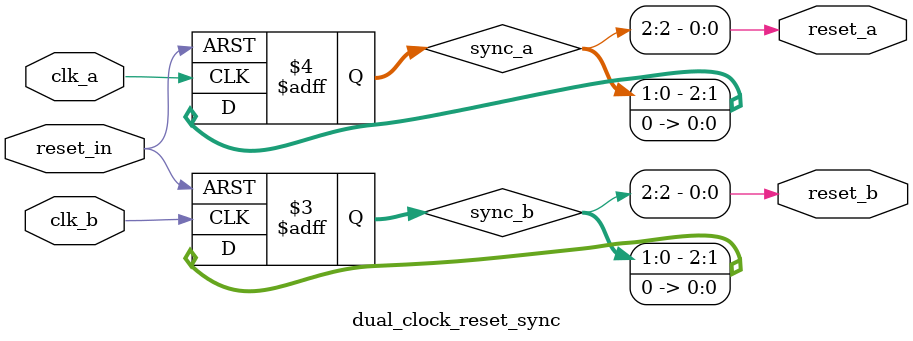
<source format=sv>
module dual_clock_reset_sync (
  input wire clk_a,
  input wire clk_b,
  input wire reset_in,
  output wire reset_a,
  output wire reset_b
);
  reg [2:0] sync_a;
  reg [2:0] sync_b;
  
  always @(posedge clk_a or posedge reset_in) begin
    if (reset_in)
      sync_a <= 3'b111;
    else
      sync_a <= {sync_a[1:0], 1'b0};
  end
  
  always @(posedge clk_b or posedge reset_in) begin
    if (reset_in)
      sync_b <= 3'b111;
    else
      sync_b <= {sync_b[1:0], 1'b0};
  end
  
  assign reset_a = sync_a[2];
  assign reset_b = sync_b[2];
endmodule
</source>
